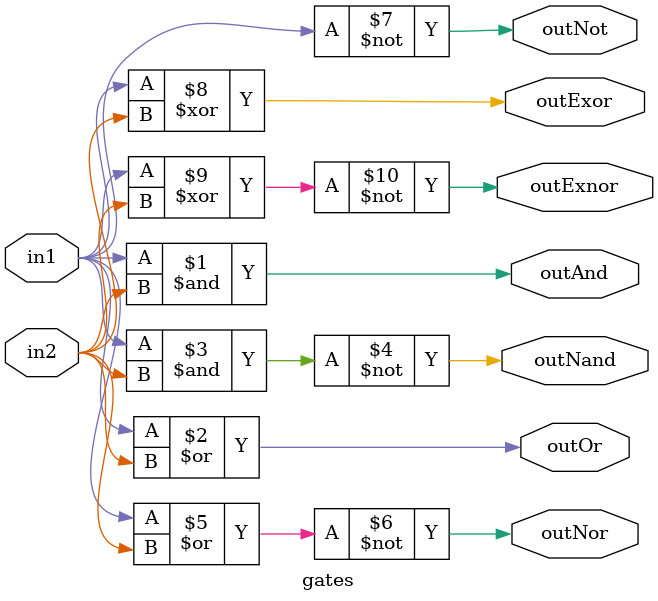
<source format=v>
module gates (in1,in2,outAnd,outOr,outNot,outNand,outNor,outExor,outExnor);
   input in1,in2;
   output outAnd,outOr,outNand,outNor,outNot,outExor,outExnor;
   
   assign outAnd = in1 & in2;
   assign outOr = in1 | in2;
   assign outNand = ~(in1 & in2);
   assign outNor = ~(in1 | in2);
   assign outNot = ~in1;
   assign outExor = (in1 ^ in2);
   assign outExnor = ~(in1 ^ in2);
   
endmodule

</source>
